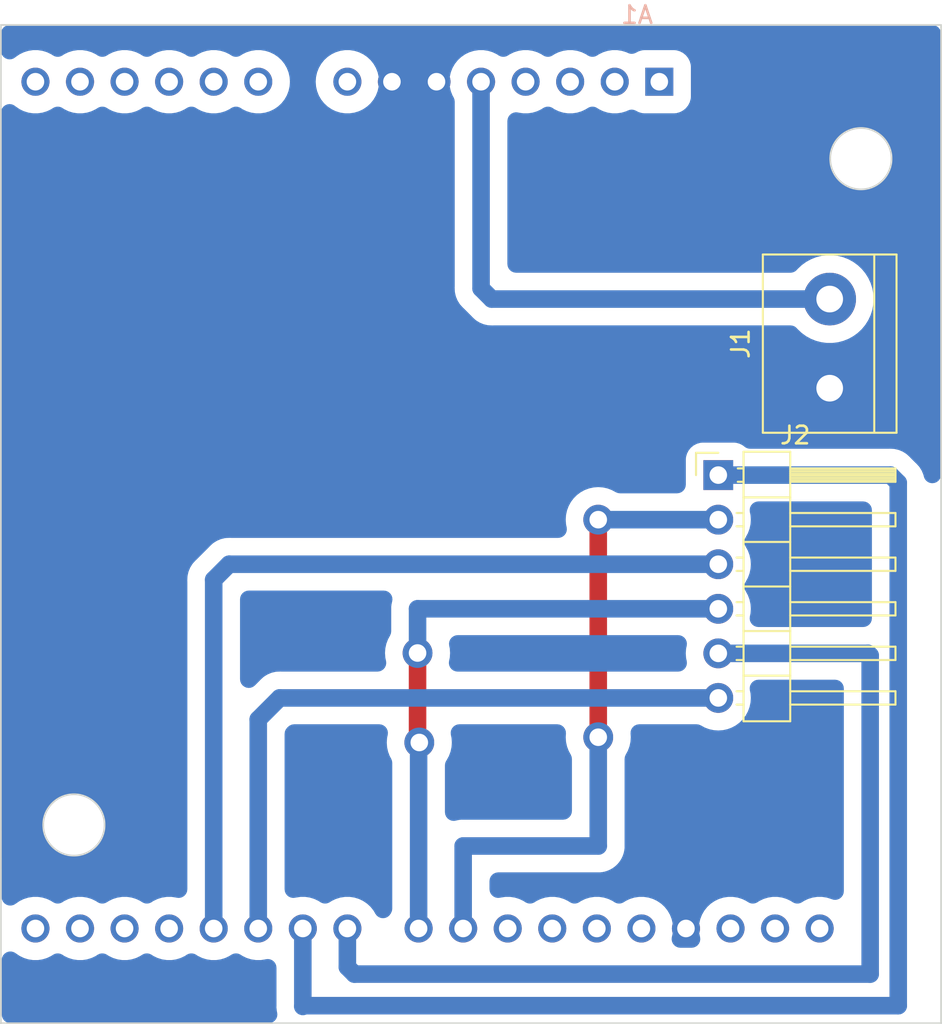
<source format=kicad_pcb>
(kicad_pcb (version 20221018) (generator pcbnew)
  (layers (0 "F.Cu" signal) (31 "B.Cu" signal) (34 "B.Paste" user) (35 "F.Paste" user) (36 "B.SilkS" user "B.Silkscreen") (37 "F.SilkS" user "F.Silkscreen") (38 "B.Mask" user) (39 "F.Mask" user) (44 "Edge.Cuts" user))
  (net 0 "")
  (net 5 "+5V")
  (net 6 "GND")
  (net 18 "IN2")
  (net 19 "ENA")
  (net 20 "ENB")
  (net 21 "IN1")
  (net 22 "IN3")
  (net 23 "IN4")
  (footprint "" (layer "F.Cu") (at 149.2 88.9)
    (fp_text reference "" (at 0 0) (layer "F.SilkS") (effects (font (size 1.27 1.27))))
    (fp_text value "" (at 0 0) (layer "F.SilkS") (effects (font (size 1.27 1.27))))
    (pad "4" thru_hole oval (at 0 0) (size 1.7 1.7) (drill 1) (layers "*.Cu" "*.Mask") (net 18 "IN2"))
  )
  (footprint "" (layer "F.Cu") (at 159.4 76.2)
    (fp_text reference "" (at 0 0) (layer "F.SilkS") (effects (font (size 1.27 1.27))))
    (fp_text value "" (at 0 0) (layer "F.SilkS") (effects (font (size 1.27 1.27))))
    (pad "2" thru_hole oval (at 0 0) (size 1.7 1.7) (drill 1) (layers "*.Cu" "*.Mask") (net 23 "IN4"))
  )
  (footprint "" (layer "F.Cu") (at 159.4 88.6)
    (fp_text reference "" (at 0 0) (layer "F.SilkS") (effects (font (size 1.27 1.27))))
    (fp_text value "" (at 0 0) (layer "F.SilkS") (effects (font (size 1.27 1.27))))
    (pad "2" thru_hole oval (at 0 0) (size 1.7 1.7) (drill 1) (layers "*.Cu" "*.Mask") (net 23 "IN4"))
  )
  (footprint "" (layer "F.Cu") (at 149.1 83.8)
    (fp_text reference "" (at 0 0) (layer "F.SilkS") (effects (font (size 1.27 1.27))))
    (fp_text value "" (at 0 0) (layer "F.SilkS") (effects (font (size 1.27 1.27))))
    (pad "4" thru_hole oval (at 0 0) (size 1.7 1.7) (drill 1) (layers "*.Cu" "*.Mask") (net 18 "IN2"))
  )
  (footprint "TerminalBlock:TerminalBlock_bornier-2_P5.08mm" (layer "F.Cu") (at 172.593 68.707 90)
    (fp_text reference "J1" (at 2.54 -5.08 90) (layer "F.SilkS"))
    (fp_text value "Screw_Terminal_01x02")
    (fp_line (start -2.54 -3.81) (end -2.54 3.81) (stroke (width 0.12)) (layer "F.SilkS"))
    (fp_line (start -2.54 3.81) (end 7.62 3.81) (stroke (width 0.12)) (layer "F.SilkS"))
    (fp_line (start 7.62 -3.81) (end -2.54 -3.81) (stroke (width 0.12)) (layer "F.SilkS"))
    (fp_line (start 7.62 2.54) (end -2.54 2.54) (stroke (width 0.12)) (layer "F.SilkS"))
    (fp_line (start 7.62 3.81) (end 7.62 -3.81) (stroke (width 0.12)) (layer "F.SilkS"))
    (pad "1" thru_hole rect (at 0 0 90) (size 3 3) (drill 1.52) (layers "*.Cu" "*.Mask") (net 6 "GND"))
    (pad "2" thru_hole circle (at 5.08 0 90) (size 3 3) (drill 1.52) (layers "*.Cu" "*.Mask") (net 5 "+5V"))
  )
  (footprint "Connector_PinHeader_2.54mm:PinHeader_1x06_P2.54mm_Horizontal" (layer "F.Cu") (at 166.243 73.66)
    (fp_text reference "J2" (at 4.385 -2.27) (layer "F.SilkS"))
    (fp_text value "Conn_01x06_Pin")
    (fp_line (start -1.27 -1.27) (end 0 -1.27) (stroke (width 0.12)) (layer "F.SilkS"))
    (fp_line (start -1.27 0) (end -1.27 -1.27) (stroke (width 0.12)) (layer "F.SilkS"))
    (fp_line (start 1.042929 2.16) (end 1.44 2.16) (stroke (width 0.12)) (layer "F.SilkS"))
    (fp_line (start 1.042929 2.92) (end 1.44 2.92) (stroke (width 0.12)) (layer "F.SilkS"))
    (fp_line (start 1.042929 4.7) (end 1.44 4.7) (stroke (width 0.12)) (layer "F.SilkS"))
    (fp_line (start 1.042929 5.46) (end 1.44 5.46) (stroke (width 0.12)) (layer "F.SilkS"))
    (fp_line (start 1.042929 7.24) (end 1.44 7.24) (stroke (width 0.12)) (layer "F.SilkS"))
    (fp_line (start 1.042929 8) (end 1.44 8) (stroke (width 0.12)) (layer "F.SilkS"))
    (fp_line (start 1.042929 9.78) (end 1.44 9.78) (stroke (width 0.12)) (layer "F.SilkS"))
    (fp_line (start 1.042929 10.54) (end 1.44 10.54) (stroke (width 0.12)) (layer "F.SilkS"))
    (fp_line (start 1.042929 12.32) (end 1.44 12.32) (stroke (width 0.12)) (layer "F.SilkS"))
    (fp_line (start 1.042929 13.08) (end 1.44 13.08) (stroke (width 0.12)) (layer "F.SilkS"))
    (fp_line (start 1.11 -0.38) (end 1.44 -0.38) (stroke (width 0.12)) (layer "F.SilkS"))
    (fp_line (start 1.11 0.38) (end 1.44 0.38) (stroke (width 0.12)) (layer "F.SilkS"))
    (fp_line (start 1.44 -1.33) (end 1.44 14.03) (stroke (width 0.12)) (layer "F.SilkS"))
    (fp_line (start 1.44 1.27) (end 4.1 1.27) (stroke (width 0.12)) (layer "F.SilkS"))
    (fp_line (start 1.44 3.81) (end 4.1 3.81) (stroke (width 0.12)) (layer "F.SilkS"))
    (fp_line (start 1.44 6.35) (end 4.1 6.35) (stroke (width 0.12)) (layer "F.SilkS"))
    (fp_line (start 1.44 8.89) (end 4.1 8.89) (stroke (width 0.12)) (layer "F.SilkS"))
    (fp_line (start 1.44 11.43) (end 4.1 11.43) (stroke (width 0.12)) (layer "F.SilkS"))
    (fp_line (start 1.44 14.03) (end 4.1 14.03) (stroke (width 0.12)) (layer "F.SilkS"))
    (fp_line (start 4.1 -1.33) (end 1.44 -1.33) (stroke (width 0.12)) (layer "F.SilkS"))
    (fp_line (start 4.1 -0.38) (end 10.1 -0.38) (stroke (width 0.12)) (layer "F.SilkS"))
    (fp_line (start 4.1 -0.32) (end 10.1 -0.32) (stroke (width 0.12)) (layer "F.SilkS"))
    (fp_line (start 4.1 -0.2) (end 10.1 -0.2) (stroke (width 0.12)) (layer "F.SilkS"))
    (fp_line (start 4.1 -0.08) (end 10.1 -0.08) (stroke (width 0.12)) (layer "F.SilkS"))
    (fp_line (start 4.1 0.04) (end 10.1 0.04) (stroke (width 0.12)) (layer "F.SilkS"))
    (fp_line (start 4.1 0.16) (end 10.1 0.16) (stroke (width 0.12)) (layer "F.SilkS"))
    (fp_line (start 4.1 0.28) (end 10.1 0.28) (stroke (width 0.12)) (layer "F.SilkS"))
    (fp_line (start 4.1 2.16) (end 10.1 2.16) (stroke (width 0.12)) (layer "F.SilkS"))
    (fp_line (start 4.1 4.7) (end 10.1 4.7) (stroke (width 0.12)) (layer "F.SilkS"))
    (fp_line (start 4.1 7.24) (end 10.1 7.24) (stroke (width 0.12)) (layer "F.SilkS"))
    (fp_line (start 4.1 9.78) (end 10.1 9.78) (stroke (width 0.12)) (layer "F.SilkS"))
    (fp_line (start 4.1 12.32) (end 10.1 12.32) (stroke (width 0.12)) (layer "F.SilkS"))
    (fp_line (start 4.1 14.03) (end 4.1 -1.33) (stroke (width 0.12)) (layer "F.SilkS"))
    (fp_line (start 10.1 -0.38) (end 10.1 0.38) (stroke (width 0.12)) (layer "F.SilkS"))
    (fp_line (start 10.1 0.38) (end 4.1 0.38) (stroke (width 0.12)) (layer "F.SilkS"))
    (fp_line (start 10.1 2.16) (end 10.1 2.92) (stroke (width 0.12)) (layer "F.SilkS"))
    (fp_line (start 10.1 2.92) (end 4.1 2.92) (stroke (width 0.12)) (layer "F.SilkS"))
    (fp_line (start 10.1 4.7) (end 10.1 5.46) (stroke (width 0.12)) (layer "F.SilkS"))
    (fp_line (start 10.1 5.46) (end 4.1 5.46) (stroke (width 0.12)) (layer "F.SilkS"))
    (fp_line (start 10.1 7.24) (end 10.1 8) (stroke (width 0.12)) (layer "F.SilkS"))
    (fp_line (start 10.1 8) (end 4.1 8) (stroke (width 0.12)) (layer "F.SilkS"))
    (fp_line (start 10.1 9.78) (end 10.1 10.54) (stroke (width 0.12)) (layer "F.SilkS"))
    (fp_line (start 10.1 10.54) (end 4.1 10.54) (stroke (width 0.12)) (layer "F.SilkS"))
    (fp_line (start 10.1 12.32) (end 10.1 13.08) (stroke (width 0.12)) (layer "F.SilkS"))
    (fp_line (start 10.1 13.08) (end 4.1 13.08) (stroke (width 0.12)) (layer "F.SilkS"))
    (pad "1" thru_hole rect (at 0 0) (size 1.7 1.7) (drill 1) (layers "*.Cu" "*.Mask") (net 20 "ENB"))
    (pad "2" thru_hole oval (at 0 2.54) (size 1.7 1.7) (drill 1) (layers "*.Cu" "*.Mask") (net 23 "IN4"))
    (pad "3" thru_hole oval (at 0 5.08) (size 1.7 1.7) (drill 1) (layers "*.Cu" "*.Mask") (net 22 "IN3"))
    (pad "4" thru_hole oval (at 0 7.62) (size 1.7 1.7) (drill 1) (layers "*.Cu" "*.Mask") (net 18 "IN2"))
    (pad "5" thru_hole oval (at 0 10.16) (size 1.7 1.7) (drill 1) (layers "*.Cu" "*.Mask") (net 21 "IN1"))
    (pad "6" thru_hole oval (at 0 12.7) (size 1.7 1.7) (drill 1) (layers "*.Cu" "*.Mask") (net 19 "ENA"))
  )
  (footprint "Module:Arduino_UNO_R3" (layer "B.Cu") (at 162.88 51.24 180)
    (fp_text reference "A1" (at 1.27 3.81) (layer "B.SilkS") (effects (justify mirror)))
    (fp_text value "VNH2SP30 MONSTER SHIELD")
    (pad "1" thru_hole rect (at 0 0 90) (size 1.6 1.6) (drill 1) (layers "*.Cu" "*.Mask"))
    (pad "2" thru_hole oval (at 2.54 0 90) (size 1.6 1.6) (drill 1) (layers "*.Cu" "*.Mask"))
    (pad "3" thru_hole oval (at 5.08 0 90) (size 1.6 1.6) (drill 1) (layers "*.Cu" "*.Mask"))
    (pad "4" thru_hole oval (at 7.62 0 90) (size 1.6 1.6) (drill 1) (layers "*.Cu" "*.Mask"))
    (pad "5" thru_hole oval (at 10.16 0 90) (size 1.6 1.6) (drill 1) (layers "*.Cu" "*.Mask") (net 5 "+5V"))
    (pad "6" thru_hole oval (at 12.7 0 90) (size 1.6 1.6) (drill 1) (layers "*.Cu" "*.Mask") (net 6 "GND"))
    (pad "7" thru_hole oval (at 15.24 0 90) (size 1.6 1.6) (drill 1) (layers "*.Cu" "*.Mask") (net 6 "GND"))
    (pad "8" thru_hole oval (at 17.78 0 90) (size 1.6 1.6) (drill 1) (layers "*.Cu" "*.Mask"))
    (pad "9" thru_hole oval (at 22.86 0 90) (size 1.6 1.6) (drill 1) (layers "*.Cu" "*.Mask"))
    (pad "10" thru_hole oval (at 25.4 0 90) (size 1.6 1.6) (drill 1) (layers "*.Cu" "*.Mask"))
    (pad "11" thru_hole oval (at 27.94 0 90) (size 1.6 1.6) (drill 1) (layers "*.Cu" "*.Mask"))
    (pad "12" thru_hole oval (at 30.48 0 90) (size 1.6 1.6) (drill 1) (layers "*.Cu" "*.Mask"))
    (pad "13" thru_hole oval (at 33.02 0 90) (size 1.6 1.6) (drill 1) (layers "*.Cu" "*.Mask"))
    (pad "14" thru_hole oval (at 35.56 0 90) (size 1.6 1.6) (drill 1) (layers "*.Cu" "*.Mask"))
    (pad "15" thru_hole oval (at 35.56 -48.26 90) (size 1.6 1.6) (drill 1) (layers "*.Cu" "*.Mask"))
    (pad "16" thru_hole oval (at 33.02 -48.26 90) (size 1.6 1.6) (drill 1) (layers "*.Cu" "*.Mask"))
    (pad "17" thru_hole oval (at 30.48 -48.26 90) (size 1.6 1.6) (drill 1) (layers "*.Cu" "*.Mask"))
    (pad "18" thru_hole oval (at 27.94 -48.26 90) (size 1.6 1.6) (drill 1) (layers "*.Cu" "*.Mask"))
    (pad "19" thru_hole oval (at 25.4 -48.26 90) (size 1.6 1.6) (drill 1) (layers "*.Cu" "*.Mask") (net 22 "IN3"))
    (pad "20" thru_hole oval (at 22.86 -48.26 90) (size 1.6 1.6) (drill 1) (layers "*.Cu" "*.Mask") (net 19 "ENA"))
    (pad "21" thru_hole oval (at 20.32 -48.26 90) (size 1.6 1.6) (drill 1) (layers "*.Cu" "*.Mask") (net 20 "ENB"))
    (pad "22" thru_hole oval (at 17.78 -48.26 90) (size 1.6 1.6) (drill 1) (layers "*.Cu" "*.Mask") (net 21 "IN1"))
    (pad "23" thru_hole oval (at 13.72 -48.26 90) (size 1.6 1.6) (drill 1) (layers "*.Cu" "*.Mask") (net 18 "IN2"))
    (pad "24" thru_hole oval (at 11.18 -48.26 90) (size 1.6 1.6) (drill 1) (layers "*.Cu" "*.Mask") (net 23 "IN4"))
    (pad "25" thru_hole oval (at 8.64 -48.26 90) (size 1.6 1.6) (drill 1) (layers "*.Cu" "*.Mask"))
    (pad "26" thru_hole oval (at 6.1 -48.26 90) (size 1.6 1.6) (drill 1) (layers "*.Cu" "*.Mask"))
    (pad "27" thru_hole oval (at 3.56 -48.26 90) (size 1.6 1.6) (drill 1) (layers "*.Cu" "*.Mask"))
    (pad "28" thru_hole oval (at 1.02 -48.26 90) (size 1.6 1.6) (drill 1) (layers "*.Cu" "*.Mask"))
    (pad "29" thru_hole oval (at -1.52 -48.26 90) (size 1.6 1.6) (drill 1) (layers "*.Cu" "*.Mask") (net 6 "GND"))
    (pad "30" thru_hole oval (at -4.06 -48.26 90) (size 1.6 1.6) (drill 1) (layers "*.Cu" "*.Mask"))
    (pad "31" thru_hole oval (at -6.6 -48.26 90) (size 1.6 1.6) (drill 1) (layers "*.Cu" "*.Mask"))
    (pad "32" thru_hole oval (at -9.14 -48.26 90) (size 1.6 1.6) (drill 1) (layers "*.Cu" "*.Mask"))
  )
  (gr_circle (center 174.371 55.626) (end 176.121 55.626) (stroke (width 0.1)) (fill none) (layer "Edge.Cuts"))
  (gr_rect (start 125.349 48.006) (end 178.943 104.902) (stroke (width 0.1)) (fill none) (layer "Edge.Cuts"))
  (gr_circle (center 129.512 93.599) (end 131.262 93.599) (stroke (width 0.1)) (fill none) (layer "Edge.Cuts"))
  (segment (start 172.593 63.627) (end 153.327 63.627) (width 1) (layer "B.Cu") (net 5))
  (segment (start 152.72 63.02) (end 152.72 51.24) (width 1) (layer "B.Cu") (net 5))
  (segment (start 153.327 63.627) (end 152.72 63.02) (width 1) (layer "B.Cu") (net 5))
  (segment (start 150.18 51.24) (end 150.18 67.88) (width 1) (layer "B.Cu") (net 6))
  (segment (start 150.18 67.88) (end 151.007 68.707) (width 1) (layer "B.Cu") (net 6))
  (segment (start 151.007 68.707) (end 172.593 68.707) (width 1) (layer "B.Cu") (net 6))
  (segment (start 147.64 51.24) (end 150.18 51.24) (width 1) (layer "B.Cu") (net 6))
  (segment (start 149.1 88.8) (end 149.2 88.9) (width 1) (layer "F.Cu") (net 18))
  (segment (start 149.1 83.8) (end 149.1 88.8) (width 1) (layer "F.Cu") (net 18))
  (segment (start 149.16 88.76) (end 149.1 88.7) (width 1) (layer "B.Cu") (net 18))
  (segment (start 149.16 99.5) (end 149.16 88.76) (width 1) (layer "B.Cu") (net 18))
  (segment (start 149.1 83.8) (end 149.1 81.28) (width 1) (layer "B.Cu") (net 18))
  (segment (start 149.1 81.28) (end 166.243 81.28) (width 1) (layer "B.Cu") (net 18))
  (segment (start 140.02 87.58) (end 141.24 86.36) (width 1) (layer "B.Cu") (net 19))
  (segment (start 140.02 99.5) (end 140.02 87.58) (width 1) (layer "B.Cu") (net 19))
  (segment (start 141.24 86.36) (end 166.243 86.36) (width 1) (layer "B.Cu") (net 19))
  (segment (start 142.6 103.9) (end 176.5 103.9) (width 1) (layer "B.Cu") (net 20))
  (segment (start 176.5 103.9) (end 176.5 74.1) (width 1) (layer "B.Cu") (net 20))
  (segment (start 142.56 99.5) (end 142.56 103.94) (width 1) (layer "B.Cu") (net 20))
  (segment (start 176.5 74.1) (end 176.06 73.66) (width 1) (layer "B.Cu") (net 20))
  (segment (start 142.56 103.94) (end 142.6 103.9) (width 1) (layer "B.Cu") (net 20))
  (segment (start 176.06 73.66) (end 166.243 73.66) (width 1) (layer "B.Cu") (net 20))
  (segment (start 174.9 83.94) (end 174.9 102.1) (width 1) (layer "B.Cu") (net 21))
  (segment (start 145.5 102.1) (end 145.1 101.7) (width 1) (layer "B.Cu") (net 21))
  (segment (start 174.78 83.82) (end 174.9 83.94) (width 1) (layer "B.Cu") (net 21))
  (segment (start 166.243 83.82) (end 174.78 83.82) (width 1) (layer "B.Cu") (net 21))
  (segment (start 145.1 101.7) (end 145.1 99.5) (width 1) (layer "B.Cu") (net 21))
  (segment (start 174.9 102.1) (end 145.5 102.1) (width 1) (layer "B.Cu") (net 21))
  (segment (start 138.36 78.74) (end 166.243 78.74) (width 1) (layer "B.Cu") (net 22))
  (segment (start 137.48 79.62) (end 138.36 78.74) (width 1) (layer "B.Cu") (net 22))
  (segment (start 137.48 99.5) (end 137.48 79.62) (width 1) (layer "B.Cu") (net 22))
  (segment (start 159.4 76.2) (end 159.4 88.6) (width 1) (layer "F.Cu") (net 23))
  (segment (start 166.243 76.2) (end 159.4 76.2) (width 1) (layer "B.Cu") (net 23))
  (segment (start 151.7 94.8) (end 159.4 94.8) (width 1) (layer "B.Cu") (net 23))
  (segment (start 159.4 94.8) (end 159.4 88.6) (width 1) (layer "B.Cu") (net 23))
  (segment (start 151.7 99.5) (end 151.7 94.8) (width 1) (layer "B.Cu") (net 23))
  (zone (net 6) (net_name "GND") (layer "B.Cu") (connect_pads yes (clearance 1)) (min_thickness 1) (fill yes (thermal_gap 1) (thermal_bridge_width 1) (island_removal_mode 1) (island_area_min 10))
    (polygon (pts (xy 125.3 48) (xy 125.4 104.9) (xy 179 104.9) (xy 179 48)))
  )
)
</source>
